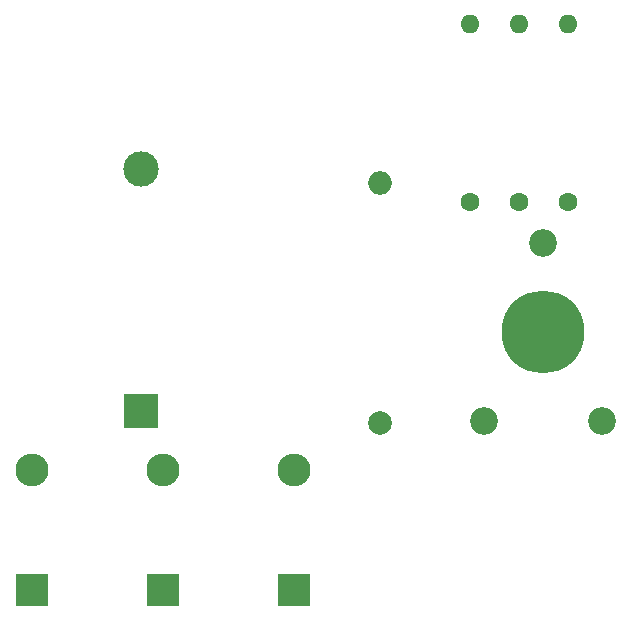
<source format=gbr>
%TF.GenerationSoftware,KiCad,Pcbnew,9.0.0*%
%TF.CreationDate,2025-03-24T09:19:30+05:30*%
%TF.ProjectId,boost_converter,626f6f73-745f-4636-9f6e-766572746572,rev?*%
%TF.SameCoordinates,Original*%
%TF.FileFunction,Soldermask,Bot*%
%TF.FilePolarity,Negative*%
%FSLAX46Y46*%
G04 Gerber Fmt 4.6, Leading zero omitted, Abs format (unit mm)*
G04 Created by KiCad (PCBNEW 9.0.0) date 2025-03-24 09:19:30*
%MOMM*%
%LPD*%
G01*
G04 APERTURE LIST*
%ADD10C,1.600000*%
%ADD11O,1.600000X1.600000*%
%ADD12C,2.000000*%
%ADD13O,2.000000X2.000000*%
%ADD14R,2.800000X2.800000*%
%ADD15O,2.800000X2.800000*%
%ADD16R,3.000000X3.000000*%
%ADD17C,3.000000*%
%ADD18C,7.000000*%
%ADD19C,2.340000*%
G04 APERTURE END LIST*
D10*
%TO.C,C1*%
X157100000Y-83250000D03*
D11*
X157100000Y-68250000D03*
%TD*%
D12*
%TO.C,L1*%
X149500000Y-102000000D03*
D13*
X149500000Y-81680000D03*
%TD*%
D10*
%TO.C,C2*%
X161250000Y-83250000D03*
D11*
X161250000Y-68250000D03*
%TD*%
D14*
%TO.C,D3*%
X131060000Y-116110000D03*
D15*
X131060000Y-105950000D03*
%TD*%
D14*
%TO.C,D4*%
X142150000Y-116110000D03*
D15*
X142150000Y-105950000D03*
%TD*%
D10*
%TO.C,C3*%
X165400000Y-83250000D03*
D11*
X165400000Y-68250000D03*
%TD*%
D16*
%TO.C,BT1*%
X129204580Y-100950000D03*
D17*
X129204580Y-80460000D03*
%TD*%
D14*
%TO.C,D1*%
X119970000Y-116110000D03*
D15*
X119970000Y-105950000D03*
%TD*%
D18*
%TO.C,RV1*%
X163300000Y-94300000D03*
D19*
X168300000Y-101800000D03*
X163300000Y-86800000D03*
X158300000Y-101800000D03*
%TD*%
M02*

</source>
